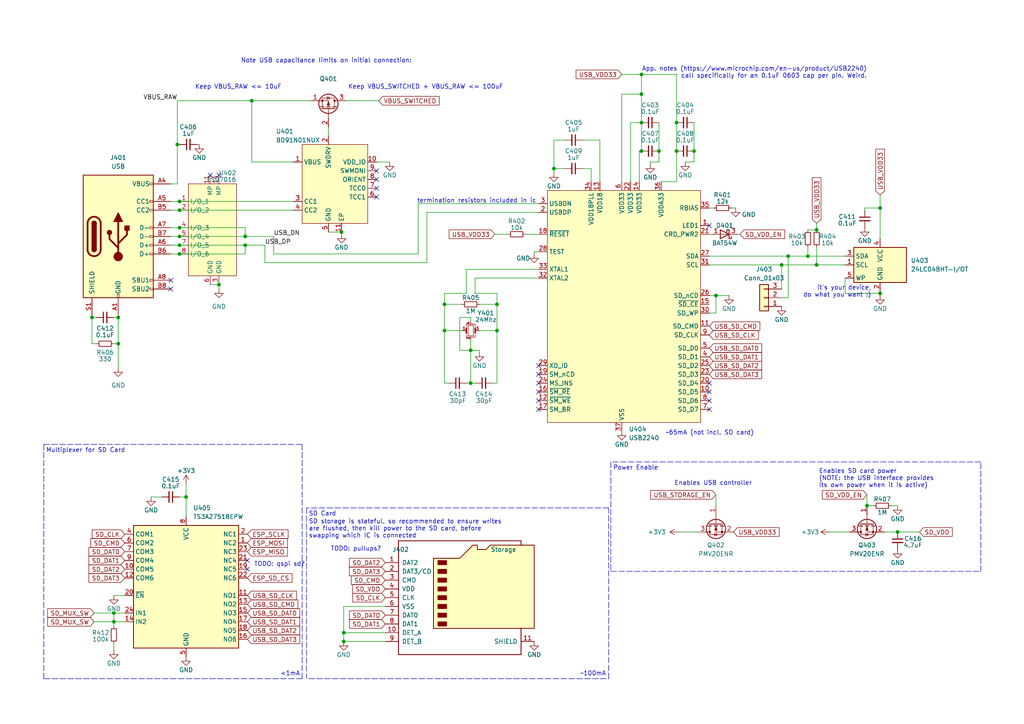
<source format=kicad_sch>
(kicad_sch (version 20211123) (generator eeschema)
  (paper "A4")
  (title_block (title "gay ipod storage + usb interface") (date "2022-09-04") (rev "1"))
  (lib_symbols
    (symbol "Analog_Switch:TS3A27518EPW"
      (property "Reference" "U" (at -13.97 19.05 0))
      (property "Value" "TS3A27518EPW" (at 8.89 19.05 0))
      (symbol "TS3A27518EPW_0_1"
        (rectangle (start 15.24 -17.78) (end -15.24 17.78) (stroke (width 0.254)) (fill (type background)))
      )
      (symbol "TS3A27518EPW_1_1"
        (pin bidirectional line (at 17.78 12.7 180) (length 2.54) (name "NC2") (number "1"))
        (pin bidirectional line (at -17.78 5.08 0) (length 2.54) (name "COM5") (number "10"))
        (pin bidirectional line (at 17.78 -2.54 180) (length 2.54) (name "NO1") (number "11"))
        (pin bidirectional line (at -17.78 2.54 0) (length 2.54) (name "COM6") (number "12"))
        (pin bidirectional line (at 17.78 -5.08 180) (length 2.54) (name "NO2") (number "13"))
        (pin input line (at -17.78 -10.16 0) (length 2.54) (name "IN2") (number "14"))
        (pin bidirectional line (at 17.78 -7.62 180) (length 2.54) (name "NO3") (number "15"))
        (pin bidirectional line (at 17.78 -15.24 180) (length 2.54) (name "NO6") (number "16"))
        (pin bidirectional line (at 17.78 -10.16 180) (length 2.54) (name "NO4") (number "17"))
        (pin bidirectional line (at 17.78 -12.7 180) (length 2.54) (name "NO5") (number "18"))
        (pin bidirectional line (at 17.78 5.08 180) (length 2.54) (name "NC5") (number "19"))
        (pin bidirectional line (at 17.78 15.24 180) (length 2.54) (name "NC1") (number "2"))
        (pin input line (at -17.78 -2.54 0) (length 2.54) (name "~{EN}") (number "20"))
        (pin bidirectional line (at 17.78 7.62 180) (length 2.54) (name "NC4") (number "21"))
        (pin bidirectional line (at 17.78 2.54 180) (length 2.54) (name "NC6") (number "22"))
        (pin bidirectional line (at 17.78 10.16 180) (length 2.54) (name "NC3") (number "23"))
        (pin input line (at -17.78 -7.62 0) (length 2.54) (name "IN1") (number "24"))
        (pin no_connect line (at -15.24 -15.24 0) (length 2.54) hide (name "N.C.") (number "3"))
        (pin bidirectional line (at -17.78 15.24 0) (length 2.54) (name "COM1") (number "4"))
        (pin power_in line (at 0 -20.32 90) (length 2.54) (name "GND") (number "5"))
        (pin bidirectional line (at -17.78 12.7 0) (length 2.54) (name "COM2") (number "6"))
        (pin bidirectional line (at -17.78 10.16 0) (length 2.54) (name "COM3") (number "7"))
        (pin power_in line (at 0 20.32 270) (length 2.54) (name "VCC") (number "8"))
        (pin bidirectional line (at -17.78 7.62 0) (length 2.54) (name "COM4") (number "9"))
      )
    )
    (symbol "Connector:Micro_SD_Card_Det_Hirose_DM3AT" (pin_names (offset 1.016))
      (property "Reference" "J" (at -16.51 17.78 0))
      (property "Value" "Micro_SD_Card_Det_Hirose_DM3AT" (at 16.51 17.78 0))
      (symbol "Micro_SD_Card_Det_Hirose_DM3AT_0_1"
        (rectangle (start -7.62 -6.985) (end -5.08 -8.255) (fill (type outline)))
        (rectangle (start -7.62 -4.445) (end -5.08 -5.715) (fill (type outline)))
        (rectangle (start -7.62 -1.905) (end -5.08 -3.175) (fill (type outline)))
        (rectangle (start -7.62 0.635) (end -5.08 -0.635) (fill (type outline)))
        (rectangle (start -7.62 3.175) (end -5.08 1.905) (fill (type outline)))
        (rectangle (start -7.62 5.715) (end -5.08 4.445) (fill (type outline)))
        (rectangle (start -7.62 8.255) (end -5.08 6.985) (fill (type outline)))
        (rectangle (start -7.62 10.795) (end -5.08 9.525) (fill (type outline)))
        (polyline (pts (xy 16.51 15.24) (xy 16.51 16.51) (xy -19.05 16.51) (xy -19.05 -16.51) (xy 16.51 -16.51) (xy 16.51 -8.89)) (stroke (width 0.254)))
        (polyline (pts (xy -8.89 -8.89) (xy -8.89 11.43) (xy -1.27 11.43) (xy 2.54 15.24) (xy 3.81 15.24) (xy 3.81 13.97) (xy 6.35 13.97) (xy 7.62 15.24) (xy 20.32 15.24) (xy 20.32 -8.89) (xy -8.89 -8.89)) (stroke (width 0.254)) (fill (type background)))
      )
      (symbol "Micro_SD_Card_Det_Hirose_DM3AT_1_1"
        (pin bidirectional line (at -22.86 10.16 0) (length 3.81) (name "DAT2") (number "1"))
        (pin passive line (at -22.86 -10.16 0) (length 3.81) (name "DET_A") (number "10"))
        (pin passive line (at 20.32 -12.7 180) (length 3.81) (name "SHIELD") (number "11"))
        (pin bidirectional line (at -22.86 7.62 0) (length 3.81) (name "DAT3/CD") (number "2"))
        (pin input line (at -22.86 5.08 0) (length 3.81) (name "CMD") (number "3"))
        (pin power_in line (at -22.86 2.54 0) (length 3.81) (name "VDD") (number "4"))
        (pin input line (at -22.86 0 0) (length 3.81) (name "CLK") (number "5"))
        (pin power_in line (at -22.86 -2.54 0) (length 3.81) (name "VSS") (number "6"))
        (pin bidirectional line (at -22.86 -5.08 0) (length 3.81) (name "DAT0") (number "7"))
        (pin bidirectional line (at -22.86 -7.62 0) (length 3.81) (name "DAT1") (number "8"))
        (pin passive line (at -22.86 -12.7 0) (length 3.81) (name "DET_B") (number "9"))
      )
    )
    (symbol "Connector:USB_C_Receptacle_USB2.0" (pin_names (offset 1.016))
      (property "Reference" "J" (at -10.16 19.05 0))
      (property "Value" "USB_C_Receptacle_USB2.0" (at 19.05 19.05 0))
      (symbol "USB_C_Receptacle_USB2.0_0_0"
        (rectangle (start -0.254 -17.78) (end 0.254 -16.764))
        (rectangle (start 10.16 -14.986) (end 9.144 -15.494))
        (rectangle (start 10.16 -12.446) (end 9.144 -12.954))
        (rectangle (start 10.16 -4.826) (end 9.144 -5.334))
        (rectangle (start 10.16 -2.286) (end 9.144 -2.794))
        (rectangle (start 10.16 0.254) (end 9.144 -0.254))
        (rectangle (start 10.16 2.794) (end 9.144 2.286))
        (rectangle (start 10.16 7.874) (end 9.144 7.366))
        (rectangle (start 10.16 10.414) (end 9.144 9.906))
        (rectangle (start 10.16 15.494) (end 9.144 14.986))
      )
      (symbol "USB_C_Receptacle_USB2.0_0_1"
        (rectangle (start -10.16 17.78) (end 10.16 -17.78) (stroke (width 0.254)) (fill (type background)))
        (arc (start -8.89 -3.81) (mid -6.985 -5.715) (end -5.08 -3.81) (stroke (width 0.508)))
        (arc (start -7.62 -3.81) (mid -6.985 -4.445) (end -6.35 -3.81) (stroke (width 0.254)))
        (arc (start -7.62 -3.81) (mid -6.985 -4.445) (end -6.35 -3.81) (stroke (width 0.254)) (fill (type outline)))
        (rectangle (start -7.62 -3.81) (end -6.35 3.81) (stroke (width 0.254)) (fill (type outline)))
        (arc (start -6.35 3.81) (mid -6.985 4.445) (end -7.62 3.81) (stroke (width 0.254)))
        (arc (start -6.35 3.81) (mid -6.985 4.445) (end -7.62 3.81) (stroke (width 0.254)) (fill (type outline)))
        (arc (start -5.08 3.81) (mid -6.985 5.715) (end -8.89 3.81) (stroke (width 0.508)))
        (circle (center -2.54 1.143) (radius 0.635) (stroke (width 0.254)) (fill (type outline)))
        (circle (center 0 -5.842) (radius 1.27) (fill (type outline)))
        (polyline (pts (xy -8.89 -3.81) (xy -8.89 3.81)) (stroke (width 0.508)))
        (polyline (pts (xy -5.08 3.81) (xy -5.08 -3.81)) (stroke (width 0.508)))
        (polyline (pts (xy 0 -5.842) (xy 0 4.318)) (stroke (width 0.508)))
        (polyline (pts (xy 0 -3.302) (xy -2.54 -0.762) (xy -2.54 0.508)) (stroke (width 0.508)))
        (polyline (pts (xy 0 -2.032) (xy 2.54 0.508) (xy 2.54 1.778)) (stroke (width 0.508)))
        (polyline (pts (xy -1.27 4.318) (xy 0 6.858) (xy 1.27 4.318) (xy -1.27 4.318)) (stroke (width 0.254)) (fill (type outline)))
        (rectangle (start 1.905 1.778) (end 3.175 3.048) (stroke (width 0.254)) (fill (type outline)))
      )
      (symbol "USB_C_Receptacle_USB2.0_1_1"
        (pin passive line (at 0 -22.86 90) (length 5.08) (name "GND") (number "A1"))
        (pin passive line (at 0 -22.86 90) (length 5.08) hide (name "GND") (number "A12"))
        (pin passive line (at 15.24 15.24 180) (length 5.08) (name "VBUS") (number "A4"))
        (pin bidirectional line (at 15.24 10.16 180) (length 5.08) (name "CC1") (number "A5"))
        (pin bidirectional line (at 15.24 -2.54 180) (length 5.08) (name "D+") (number "A6"))
        (pin bidirectional line (at 15.24 2.54 180) (length 5.08) (name "D-") (number "A7"))
        (pin bidirectional line (at 15.24 -12.7 180) (length 5.08) (name "SBU1") (number "A8"))
        (pin passive line (at 15.24 15.24 180) (length 5.08) hide (name "VBUS") (number "A9"))
        (pin passive line (at 0 -22.86 90) (length 5.08) hide (name "GND") (number "B1"))
        (pin passive line (at 0 -22.86 90) (length 5.08) hide (name "GND") (number "B12"))
        (pin passive line (at 15.24 15.24 180) (length 5.08) hide (name "VBUS") (number "B4"))
        (pin bidirectional line (at 15.24 7.62 180) (length 5.08) (name "CC2") (number "B5"))
        (pin bidirectional line (at 15.24 -5.08 180) (length 5.08) (name "D+") (number "B6"))
        (pin bidirectional line (at 15.24 0 180) (length 5.08) (name "D-") (number "B7"))
        (pin bidirectional line (at 15.24 -15.24 180) (length 5.08) (name "SBU2") (number "B8"))
        (pin passive line (at 15.24 15.24 180) (length 5.08) hide (name "VBUS") (number "B9"))
        (pin passive line (at -7.62 -22.86 90) (length 5.08) (name "SHIELD") (number "S1"))
      )
    )
    (symbol "Connector_Generic:Conn_01x03" (pin_names (offset 1.016) hide)
      (property "Reference" "J" (at 0 5.08 0))
      (property "Value" "Conn_01x03" (at 0 -5.08 0))
      (symbol "Conn_01x03_1_1"
        (rectangle (start -1.27 -2.413) (end 0 -2.667) (stroke (width 0.1524)))
        (rectangle (start -1.27 0.127) (end 0 -0.127) (stroke (width 0.1524)))
        (rectangle (start -1.27 2.667) (end 0 2.413) (stroke (width 0.1524)))
        (rectangle (start -1.27 3.81) (end 1.27 -3.81) (stroke (width 0.254)) (fill (type background)))
        (pin passive line (at -5.08 2.54 0) (length 3.81) (name "Pin_1") (number "1"))
        (pin passive line (at -5.08 0 0) (length 3.81) (name "Pin_2") (number "2"))
        (pin passive line (at -5.08 -2.54 0) (length 3.81) (name "Pin_3") (number "3"))
      )
    )
    (symbol "Device:C_Small" (pin_numbers hide) (pin_names (offset 0.254) hide)
      (property "Reference" "C" (at 0.254 1.778 0))
      (property "Value" "C_Small" (at 0.254 -2.032 0))
      (symbol "C_Small_0_1"
        (polyline (pts (xy -1.524 -0.508) (xy 1.524 -0.508)) (stroke (width 0.3302)))
        (polyline (pts (xy -1.524 0.508) (xy 1.524 0.508)) (stroke (width 0.3048)))
      )
      (symbol "C_Small_1_1"
        (pin passive line (at 0 2.54 270) (length 2.032) (name "~") (number "1"))
        (pin passive line (at 0 -2.54 90) (length 2.032) (name "~") (number "2"))
      )
    )
    (symbol "Device:Crystal_GND24_Small" (pin_names (offset 1.016) hide)
      (property "Reference" "Y" (at 1.27 4.445 0))
      (property "Value" "Crystal_GND24_Small" (at 1.27 2.54 0))
      (symbol "Crystal_GND24_Small_0_1"
        (rectangle (start -0.762 -1.524) (end 0.762 1.524))
        (polyline (pts (xy -1.27 -0.762) (xy -1.27 0.762)) (stroke (width 0.381)))
        (polyline (pts (xy 1.27 -0.762) (xy 1.27 0.762)) (stroke (width 0.381)))
        (polyline (pts (xy -1.27 -1.27) (xy -1.27 -1.905) (xy 1.27 -1.905) (xy 1.27 -1.27)))
        (polyline (pts (xy -1.27 1.27) (xy -1.27 1.905) (xy 1.27 1.905) (xy 1.27 1.27)))
      )
      (symbol "Crystal_GND24_Small_1_1"
        (pin passive line (at -2.54 0 0) (length 1.27) (name "1") (number "1"))
        (pin passive line (at 0 -2.54 90) (length 0.635) (name "2") (number "2"))
        (pin passive line (at 2.54 0 180) (length 1.27) (name "3") (number "3"))
        (pin passive line (at 0 2.54 270) (length 0.635) (name "4") (number "4"))
      )
    )
    (symbol "Device:R_Small" (pin_numbers hide) (pin_names (offset 0.254) hide)
      (property "Reference" "R" (at 0.762 0.508 0))
      (property "Value" "R_Small" (at 0.762 -1.016 0))
      (symbol "R_Small_0_1"
        (rectangle (start -0.762 1.778) (end 0.762 -1.778) (stroke (width 0.2032)))
      )
      (symbol "R_Small_1_1"
        (pin passive line (at 0 2.54 270) (length 0.762) (name "~") (number "1"))
        (pin passive line (at 0 -2.54 90) (length 0.762) (name "~") (number "2"))
      )
    )
    (symbol "Diode:BAT54W" (pin_names (offset 1.016) hide)
      (property "Reference" "D" (at 0 2.54 0))
      (property "Value" "BAT54W" (at 0 -2.54 0))
      (symbol "BAT54W_0_1"
        (polyline (pts (xy 1.27 0) (xy -1.27 0)))
        (polyline (pts (xy 1.27 1.27) (xy 1.27 -1.27) (xy -1.27 0) (xy 1.27 1.27)) (stroke (width 0.254)))
        (polyline (pts (xy -1.905 0.635) (xy -1.905 1.27) (xy -1.27 1.27) (xy -1.27 -1.27) (xy -0.635 -1.27) (xy -0.635 -0.635)) (stroke (width 0.254)))
      )
      (symbol "BAT54W_1_1"
        (pin passive line (at 3.81 0 180) (length 2.54) (name "A") (number "1"))
        (pin no_connect line (at 0 0 90) (length 2.54) hide (name "NC") (number "2"))
        (pin passive line (at -3.81 0 0) (length 2.54) (name "K") (number "3"))
      )
    )
    (symbol "Memory_EEPROM:24AA02-OT"
      (property "Reference" "U?" (at -8.89 1.2701 0))
      (property "Value" "24LC08BHT-I/OT " (at -8.89 -1.2699 0))
      (symbol "24AA02-OT_1_1"
        (rectangle (start -7.62 5.08) (end 7.62 -5.08) (stroke (width 0.254)) (fill (type background)))
        (pin input line (at 10.16 0 180) (length 2.54) (name "SCL") (number "1"))
        (pin power_in line (at 0 -7.62 90) (length 2.54) (name "GND") (number "2"))
        (pin bidirectional line (at 10.16 2.54 180) (length 2.54) (name "SDA") (number "3"))
        (pin power_in line (at 0 7.62 270) (length 2.54) (name "VCC") (number "4"))
        (pin input line (at 10.16 -3.81 180) (length 2.54) (name "WP") (number "5"))
      )
    )
    (symbol "Transistor_FET:2N7002" (pin_names hide)
      (property "Reference" "Q" (at 5.08 1.905 0))
      (property "Value" "2N7002" (at 5.08 0 0))
      (symbol "2N7002_0_1"
        (polyline (pts (xy 0.254 0) (xy -2.54 0)))
        (polyline (pts (xy 0.254 1.905) (xy 0.254 -1.905)) (stroke (width 0.254)))
        (polyline (pts (xy 0.762 -1.27) (xy 0.762 -2.286)) (stroke (width 0.254)))
        (polyline (pts (xy 0.762 0.508) (xy 0.762 -0.508)) (stroke (width 0.254)))
        (polyline (pts (xy 0.762 2.286) (xy 0.762 1.27)) (stroke (width 0.254)))
        (polyline (pts (xy 2.54 2.54) (xy 2.54 1.778)))
        (polyline (pts (xy 2.54 -2.54) (xy 2.54 0) (xy 0.762 0)))
        (polyline (pts (xy 0.762 -1.778) (xy 3.302 -1.778) (xy 3.302 1.778) (xy 0.762 1.778)))
        (polyline (pts (xy 1.016 0) (xy 2.032 0.381) (xy 2.032 -0.381) (xy 1.016 0)) (fill (type outline)))
        (polyline (pts (xy 2.794 0.508) (xy 2.921 0.381) (xy 3.683 0.381) (xy 3.81 0.254)))
        (polyline (pts (xy 3.302 0.381) (xy 2.921 -0.254) (xy 3.683 -0.254) (xy 3.302 0.381)))
        (circle (center 1.651 0) (radius 2.794) (stroke (width 0.254)))
        (circle (center 2.54 -1.778) (radius 0.254) (fill (type outline)))
        (circle (center 2.54 1.778) (radius 0.254) (fill (type outline)))
      )
      (symbol "2N7002_1_1"
        (pin input line (at -5.08 0 0) (length 2.54) (name "G") (number "1"))
        (pin passive line (at 2.54 -5.08 90) (length 2.54) (name "S") (number "2"))
        (pin passive line (at 2.54 5.08 270) (length 2.54) (name "D") (number "3"))
      )
    )
    (symbol "Transistor_FET:TP0610L" (pin_names hide)
      (property "Reference" "Q" (at 5.08 1.905 0))
      (property "Value" "TP0610L" (at 5.08 0 0))
      (symbol "TP0610L_0_1"
        (polyline (pts (xy 0.254 0) (xy -2.54 0)))
        (polyline (pts (xy 0.254 1.905) (xy 0.254 -1.905)) (stroke (width 0.254)))
        (polyline (pts (xy 0.762 -1.27) (xy 0.762 -2.286)) (stroke (width 0.254)))
        (polyline (pts (xy 0.762 0.508) (xy 0.762 -0.508)) (stroke (width 0.254)))
        (polyline (pts (xy 0.762 2.286) (xy 0.762 1.27)) (stroke (width 0.254)))
        (polyline (pts (xy 2.54 2.54) (xy 2.54 1.778)))
        (polyline (pts (xy 2.54 -2.54) (xy 2.54 0) (xy 0.762 0)))
        (polyline (pts (xy 0.762 1.778) (xy 3.302 1.778) (xy 3.302 -1.778) (xy 0.762 -1.778)))
        (polyline (pts (xy 2.286 0) (xy 1.27 0.381) (xy 1.27 -0.381) (xy 2.286 0)) (fill (type outline)))
        (polyline (pts (xy 2.794 -0.508) (xy 2.921 -0.381) (xy 3.683 -0.381) (xy 3.81 -0.254)))
        (polyline (pts (xy 3.302 -0.381) (xy 2.921 0.254) (xy 3.683 0.254) (xy 3.302 -0.381)))
        (circle (center 1.651 0) (radius 2.794) (stroke (width 0.254)))
        (circle (center 2.54 -1.778) (radius 0.254) (fill (type outline)))
        (circle (center 2.54 1.778) (radius 0.254) (fill (type outline)))
      )
      (symbol "TP0610L_1_1"
        (pin passive line (at 2.54 -5.08 90) (length 2.54) (name "S") (number "1"))
        (pin input line (at -5.08 0 0) (length 2.54) (name "G") (number "2"))
        (pin passive line (at 2.54 5.08 270) (length 2.54) (name "D") (number "3"))
      )
    )
    (symbol "power:+3V3" (power) (pin_names (offset 0))
      (property "Value" "+3V3" (at 0 3.556 0))
      (symbol "+3V3_0_1"
        (polyline (pts (xy -0.762 1.27) (xy 0 2.54)))
        (polyline (pts (xy 0 0) (xy 0 2.54)))
        (polyline (pts (xy 0 2.54) (xy 0.762 1.27)))
      )
      (symbol "+3V3_1_1"
        (pin power_in line (at 0 0 90) (length 0) hide (name "+3V3") (number "1"))
      )
    )
    (symbol "power:GND" (power) (pin_names (offset 0))
      (property "Value" "GND" (at 0 -3.81 0))
      (symbol "GND_0_1"
        (polyline (pts (xy 0 0) (xy 0 -1.27) (xy 1.27 -1.27) (xy 0 -2.54) (xy -1.27 -1.27) (xy 0 -1.27)))
      )
      (symbol "GND_1_1"
        (pin power_in line (at 0 0 270) (length 0) hide (name "GND") (number "1"))
      )
    )
    (symbol "symbols:BD91N01NUX"
      (property "Reference" "U" (at 0 13.97 0))
      (property "Value" "BD91N01NUX" (at 5.08 16.51 0))
      (symbol "BD91N01NUX_0_1"
        (rectangle (start -12.7 12.7) (end 6.35 -10.16) (fill (type background)))
      )
      (symbol "BD91N01NUX_1_1"
        (pin input line (at -15.24 7.62 0) (length 2.54) (name "VBUS") (number "1"))
        (pin input line (at 8.89 7.62 180) (length 2.54) (name "VDD_IO") (number "10"))
        (pin input line (at -1.27 -12.7 90) (length 2.54) (name "EP") (number "11"))
        (pin output line (at -5.08 15.24 270) (length 2.54) (name "SWDRV") (number "2"))
        (pin input line (at -15.24 -3.81 0) (length 2.54) (name "CC1") (number "3"))
        (pin input line (at -15.24 -6.35 0) (length 2.54) (name "CC2") (number "4"))
        (pin input line (at -5.08 -12.7 90) (length 2.54) (name "GND") (number "5"))
        (pin output line (at 8.89 -2.54 180) (length 2.54) (name "TCC1") (number "6"))
        (pin output line (at 8.89 0 180) (length 2.54) (name "TCC0") (number "7"))
        (pin output line (at 8.89 2.54 180) (length 2.54) (name "ORIENT") (number "8"))
        (pin output line (at 8.89 5.08 180) (length 2.54) (name "SWMONI") (number "9"))
      )
    )
    (symbol "symbols:ESD7016"
      (property "Reference" "U" (at 0 16.51 0))
      (property "Value" "ESD7016" (at 0 13.97 0))
      (symbol "ESD7016_0_1"
        (rectangle (start -17.78 2.54) (end 8.89 -11.43) (fill (type background)))
      )
      (symbol "ESD7016_1_1"
        (pin input line (at 3.81 5.08 270) (length 2.54) (name "I/O_1") (number "1"))
        (pin input line (at 11.43 -3.81 180) (length 2.54) (name "MP") (number "11"))
        (pin input line (at 11.43 -6.35 180) (length 2.54) (name "MP") (number "14"))
        (pin input line (at 1.27 5.08 270) (length 2.54) (name "I/O_2") (number "2"))
        (pin input line (at -20.32 -6.35 0) (length 2.54) (name "GND") (number "3"))
        (pin input line (at -3.81 5.08 270) (length 2.54) (name "I/O_3") (number "4"))
        (pin input line (at -6.35 5.08 270) (length 2.54) (name "I/O_4") (number "5"))
        (pin input line (at -20.32 -3.81 0) (length 2.54) (name "GND") (number "6"))
        (pin input line (at -8.89 5.08 270) (length 2.54) (name "I/O_5") (number "7"))
        (pin input line (at -11.43 5.08 270) (length 2.54) (name "I/O_6") (number "8"))
      )
    )
    (symbol "symbols:USB2240"
      (property "Reference" "U" (at 1.27 1.27 0))
      (property "Value" "USB2240" (at 1.27 -1.27 0))
      (symbol "USB2240_0_0"
        (pin unspecified line (at 25.4 22.86 180) (length 2.54) (name "LED1") (number "1"))
        (pin unspecified line (at 25.4 -25.4 180) (length 2.54) (name "SD_D5") (number "10"))
        (pin unspecified line (at 25.4 -6.35 180) (length 2.54) (name "SD_CMD") (number "11"))
        (pin unspecified line (at -24.13 -27.94 0) (length 2.54) (name "~{SM_WE}") (number "12"))
        (pin unspecified line (at -6.35 35.56 270) (length 2.54) (name "VDD18") (number "13"))
        (pin unspecified line (at 5.08 35.56 270) (length 2.54) (name "VDD33") (number "14"))
        (pin unspecified line (at 25.4 0 180) (length 2.54) (name "~{SD_CE}") (number "15"))
        (pin unspecified line (at -24.13 -25.4 0) (length 2.54) (name "~{SM_RE}") (number "16"))
        (pin unspecified line (at -24.13 -30.48 0) (length 2.54) (name "SM_BR") (number "17"))
        (pin unspecified line (at -24.13 20.32 0) (length 2.54) (name "~{RESET}") (number "18"))
        (pin unspecified line (at -24.13 -20.32 0) (length 2.54) (name "SM_nCD") (number "19"))
        (pin unspecified line (at -24.13 26.67 0) (length 2.54) (name "USBDP") (number "2"))
        (pin unspecified line (at 25.4 -22.86 180) (length 2.54) (name "SD_D4") (number "20"))
        (pin unspecified line (at 25.4 20.32 180) (length 2.54) (name "CRD_PWR2") (number "21"))
        (pin unspecified line (at 2.54 35.56 270) (length 2.54) (name "VDD33") (number "22"))
        (pin unspecified line (at 25.4 -20.32 180) (length 2.54) (name "SD_D3") (number "23"))
        (pin unspecified line (at -24.13 -22.86 0) (length 2.54) (name "MS_INS") (number "24"))
        (pin unspecified line (at 25.4 -17.78 180) (length 2.54) (name "SD_D2") (number "25"))
        (pin unspecified line (at 25.4 2.54 180) (length 2.54) (name "SD_nCD") (number "26"))
        (pin unspecified line (at 25.4 13.97 180) (length 2.54) (name "SDA") (number "27"))
        (pin unspecified line (at -24.13 15.24 0) (length 2.54) (name "TEST") (number "28"))
        (pin unspecified line (at -24.13 -17.78 0) (length 2.54) (name "XD_ID") (number "29"))
        (pin unspecified line (at -24.13 29.21 0) (length 2.54) (name "USBDN") (number "3"))
        (pin unspecified line (at 25.4 -2.54 180) (length 2.54) (name "SD_WP") (number "30"))
        (pin unspecified line (at 25.4 11.43 180) (length 2.54) (name "SCL") (number "31"))
        (pin unspecified line (at -24.13 7.62 0) (length 2.54) (name "XTAL2") (number "32"))
        (pin unspecified line (at -24.13 10.16 0) (length 2.54) (name "XTAL1") (number "33"))
        (pin unspecified line (at -8.89 35.56 270) (length 2.54) (name "VDD18PLL") (number "34"))
        (pin unspecified line (at 25.4 27.94 180) (length 2.54) (name "RBIAS") (number "35"))
        (pin unspecified line (at 11.43 35.56 270) (length 2.54) (name "VDDA33") (number "36"))
        (pin unspecified line (at 0 -36.83 90) (length 2.54) (name "VSS") (number "37"))
        (pin unspecified line (at 25.4 -15.24 180) (length 2.54) (name "SD_D1") (number "4"))
        (pin unspecified line (at 25.4 -12.7 180) (length 2.54) (name "SD_D0") (number "5"))
        (pin unspecified line (at 0 35.56 270) (length 2.54) (name "VDD33") (number "6"))
        (pin unspecified line (at 25.4 -30.48 180) (length 2.54) (name "SD_D7") (number "7"))
        (pin unspecified line (at 25.4 -27.94 180) (length 2.54) (name "SD_D6") (number "8"))
        (pin unspecified line (at 25.4 -8.89 180) (length 2.54) (name "SD_CLK") (number "9"))
      )
      (symbol "USB2240_0_1"
        (rectangle (start -21.59 33.02) (end 22.86 -34.29) (fill (type background)))
      )
    )
  )
  (junction (at 236.855 66.675))
  (junction (at 52.07 66.04))
  (junction (at 71.12 71.12))
  (junction (at 186.055 35.56))
  (junction (at 99.695 186.055))
  (junction (at 73.025 29.21))
  (junction (at 33.02 180.34))
  (junction (at 34.29 92.075))
  (junction (at 71.12 68.58))
  (junction (at 52.07 73.66))
  (junction (at 99.695 183.515))
  (junction (at 196.215 35.56))
  (junction (at 128.905 88.265))
  (junction (at 52.07 71.12))
  (junction (at 99.06 67.31))
  (junction (at 186.055 43.815))
  (junction (at 136.525 101.6))
  (junction (at 53.975 144.145))
  (junction (at 228.6 74.295))
  (junction (at 234.315 74.295))
  (junction (at 52.07 60.96))
  (junction (at 207.645 85.725))
  (junction (at 260.35 154.305))
  (junction (at 63.5 82.55))
  (junction (at 186.055 21.59))
  (junction (at 255.27 85.09))
  (junction (at 51.435 41.91))
  (junction (at 191.135 43.815))
  (junction (at 144.145 95.885))
  (junction (at 136.525 111.125))
  (junction (at 186.055 27.305))
  (junction (at 236.855 76.835))
  (junction (at 251.46 146.685))
  (junction (at 52.07 58.42))
  (junction (at 255.27 60.325))
  (junction (at 226.695 76.835))
  (junction (at 201.295 43.815))
  (junction (at 52.07 68.58))
  (junction (at 128.905 95.885))
  (junction (at 34.29 99.695))
  (junction (at 160.655 48.895))
  (junction (at 196.215 43.815))
  (junction (at 144.145 88.265))
  (junction (at 33.02 177.8))
  (junction (at 26.67 92.075))
  (no_connect (at 109.22 49.53))
  (no_connect (at 205.74 65.405))
  (no_connect (at 109.22 52.07))
  (no_connect (at 109.22 54.61))
  (no_connect (at 109.22 57.15))
  (no_connect (at 49.53 81.28))
  (no_connect (at 205.74 111.125))
  (no_connect (at 205.74 113.665))
  (no_connect (at 205.74 116.205))
  (no_connect (at 205.74 118.745))
  (no_connect (at 156.21 108.585))
  (no_connect (at 156.21 106.045))
  (no_connect (at 156.21 118.745))
  (no_connect (at 156.21 116.205))
  (no_connect (at 156.21 113.665))
  (no_connect (at 156.21 111.125))
  (no_connect (at 71.755 162.56))
  (no_connect (at 71.755 165.1))
  (no_connect (at 60.96 50.8))
  (no_connect (at 63.5 50.8))
  (no_connect (at 49.53 83.82))
  (wire (pts (xy 207.645 85.725) (xy 207.645 90.805)))
  (wire (pts (xy 130.175 111.125) (xy 128.905 111.125)))
  (wire (pts (xy 201.295 43.815) (xy 201.295 46.99)))
  (wire (pts (xy 214.63 67.945) (xy 213.995 67.945)))
  (wire (pts (xy 207.645 85.725) (xy 211.455 85.725)))
  (wire (pts (xy 49.53 73.66) (xy 52.07 73.66)))
  (wire (pts (xy 109.22 46.99) (xy 113.03 46.99)))
  (wire (pts (xy 52.07 60.96) (xy 49.53 60.96)))
  (wire (pts (xy 71.12 68.58) (xy 79.375 68.58)))
  (wire (pts (xy 255.27 85.09) (xy 255.27 84.455)))
  (wire (pts (xy 34.29 99.695) (xy 34.29 106.68)))
  (wire (pts (xy 71.12 71.12) (xy 76.835 71.12)))
  (wire (pts (xy 236.855 71.755) (xy 236.855 76.835)))
  (wire (pts (xy 52.07 144.145) (xy 53.975 144.145)))
  (wire (pts (xy 139.065 102.235) (xy 139.065 101.6)))
  (wire (pts (xy 43.815 144.145) (xy 46.99 144.145)))
  (wire (pts (xy 226.695 76.835) (xy 226.695 83.82)))
  (wire (pts (xy 213.36 60.325) (xy 212.09 60.325)))
  (wire (pts (xy 240.665 154.305) (xy 246.38 154.305)))
  (wire (pts (xy 260.35 146.685) (xy 258.445 146.685)))
  (wire (pts (xy 128.905 85.09) (xy 128.905 88.265)))
  (wire (pts (xy 228.6 74.295) (xy 234.315 74.295)))
  (wire (pts (xy 73.025 46.99) (xy 85.09 46.99)))
  (polyline (pts (xy 12.7 196.85) (xy 12.7 128.905)))
  (wire (pts (xy 111.76 186.055) (xy 99.695 186.055)))
  (wire (pts (xy 27.305 180.34) (xy 33.02 180.34)))
  (wire (pts (xy 133.35 101.6) (xy 136.525 101.6)))
  (wire (pts (xy 53.975 140.335) (xy 53.975 144.145)))
  (wire (pts (xy 156.21 61.595) (xy 123.825 61.595)))
  (wire (pts (xy 253.365 146.685) (xy 251.46 146.685)))
  (wire (pts (xy 51.435 29.21) (xy 51.435 41.91)))
  (wire (pts (xy 163.83 48.895) (xy 160.655 48.895)))
  (wire (pts (xy 49.53 68.58) (xy 52.07 68.58)))
  (wire (pts (xy 205.74 74.295) (xy 228.6 74.295)))
  (wire (pts (xy 137.795 80.645) (xy 137.795 85.09)))
  (wire (pts (xy 160.655 40.64) (xy 160.655 48.895)))
  (wire (pts (xy 156.21 80.645) (xy 137.795 80.645)))
  (wire (pts (xy 27.305 177.8) (xy 33.02 177.8)))
  (wire (pts (xy 156.21 78.105) (xy 135.255 78.105)))
  (wire (pts (xy 52.07 58.42) (xy 49.53 58.42)))
  (wire (pts (xy 60.96 82.55) (xy 63.5 82.55)))
  (wire (pts (xy 73.025 29.21) (xy 51.435 29.21)))
  (wire (pts (xy 255.27 85.725) (xy 255.27 85.09)))
  (wire (pts (xy 144.145 88.265) (xy 144.145 95.885)))
  (wire (pts (xy 191.135 43.815) (xy 191.135 46.99)))
  (wire (pts (xy 52.07 66.04) (xy 71.12 66.04)))
  (wire (pts (xy 57.785 41.91) (xy 57.15 41.91)))
  (wire (pts (xy 33.02 92.075) (xy 34.29 92.075)))
  (wire (pts (xy 207.01 60.325) (xy 205.74 60.325)))
  (wire (pts (xy 156.21 73.025) (xy 154.94 73.025)))
  (wire (pts (xy 71.12 66.04) (xy 71.12 68.58)))
  (wire (pts (xy 234.315 71.755) (xy 234.315 74.295)))
  (polyline (pts (xy 284.48 133.985) (xy 177.165 133.985)))
  (wire (pts (xy 205.74 76.835) (xy 226.695 76.835)))
  (wire (pts (xy 206.375 67.945) (xy 205.74 67.945)))
  (wire (pts (xy 136.525 111.125) (xy 137.795 111.125)))
  (wire (pts (xy 186.055 21.59) (xy 186.055 27.305)))
  (wire (pts (xy 142.875 111.125) (xy 144.145 111.125)))
  (wire (pts (xy 26.67 92.075) (xy 26.67 99.695)))
  (wire (pts (xy 185.42 52.705) (xy 185.42 43.815)))
  (wire (pts (xy 26.67 92.075) (xy 27.94 92.075)))
  (wire (pts (xy 52.07 41.91) (xy 51.435 41.91)))
  (wire (pts (xy 185.42 43.815) (xy 186.055 43.815)))
  (wire (pts (xy 196.215 43.815) (xy 196.215 52.705)))
  (wire (pts (xy 133.35 92.075) (xy 133.35 101.6)))
  (wire (pts (xy 245.11 80.645) (xy 245.11 85.09)))
  (wire (pts (xy 255.27 56.515) (xy 255.27 60.325)))
  (wire (pts (xy 26.67 99.695) (xy 27.94 99.695)))
  (wire (pts (xy 111.76 175.895) (xy 99.695 175.895)))
  (wire (pts (xy 191.77 52.705) (xy 196.215 52.705)))
  (wire (pts (xy 186.055 35.56) (xy 186.055 43.815)))
  (wire (pts (xy 201.295 46.99) (xy 198.755 46.99)))
  (wire (pts (xy 196.215 21.59) (xy 196.215 35.56)))
  (wire (pts (xy 139.065 88.265) (xy 144.145 88.265)))
  (wire (pts (xy 186.055 27.305) (xy 186.055 35.56)))
  (wire (pts (xy 135.255 111.125) (xy 136.525 111.125)))
  (wire (pts (xy 173.99 40.64) (xy 173.99 52.705)))
  (wire (pts (xy 171.45 48.895) (xy 171.45 52.705)))
  (wire (pts (xy 260.35 154.305) (xy 266.7 154.305)))
  (wire (pts (xy 191.135 35.56) (xy 191.135 43.815)))
  (wire (pts (xy 207.645 143.51) (xy 207.645 146.685)))
  (wire (pts (xy 156.21 59.055) (xy 121.285 59.055)))
  (wire (pts (xy 135.255 85.09) (xy 128.905 85.09)))
  (wire (pts (xy 228.6 86.36) (xy 228.6 74.295)))
  (wire (pts (xy 236.855 76.835) (xy 245.11 76.835)))
  (wire (pts (xy 76.835 76.2) (xy 76.835 71.12)))
  (wire (pts (xy 34.29 91.44) (xy 34.29 92.075)))
  (wire (pts (xy 51.435 41.91) (xy 51.435 53.34)))
  (polyline (pts (xy 88.9 147.32) (xy 88.9 196.85)))
  (wire (pts (xy 196.215 35.56) (xy 196.215 43.815)))
  (wire (pts (xy 33.02 180.34) (xy 36.195 180.34)))
  (polyline (pts (xy 87.63 128.905) (xy 87.63 196.85)))
  (wire (pts (xy 137.795 85.09) (xy 144.145 85.09)))
  (wire (pts (xy 26.67 91.44) (xy 26.67 92.075)))
  (wire (pts (xy 205.74 90.805) (xy 207.645 90.805)))
  (wire (pts (xy 188.595 46.99) (xy 188.595 47.625)))
  (wire (pts (xy 123.825 76.2) (xy 123.825 61.595)))
  (wire (pts (xy 33.02 186.69) (xy 33.02 188.595)))
  (wire (pts (xy 33.02 177.8) (xy 36.195 177.8)))
  (wire (pts (xy 180.34 27.305) (xy 186.055 27.305)))
  (wire (pts (xy 53.975 144.145) (xy 53.975 149.86)))
  (wire (pts (xy 99.695 183.515) (xy 111.76 183.515)))
  (wire (pts (xy 128.905 111.125) (xy 128.905 95.885)))
  (wire (pts (xy 136.525 101.6) (xy 136.525 111.125)))
  (polyline (pts (xy 177.165 133.985) (xy 177.165 165.735)))
  (wire (pts (xy 154.94 73.025) (xy 154.94 73.66)))
  (wire (pts (xy 63.5 82.55) (xy 63.5 83.82)))
  (wire (pts (xy 76.835 76.2) (xy 123.825 76.2)))
  (wire (pts (xy 163.83 40.64) (xy 160.655 40.64)))
  (polyline (pts (xy 177.165 165.735) (xy 284.48 165.735)))
  (wire (pts (xy 79.375 73.66) (xy 79.375 68.58)))
  (wire (pts (xy 52.07 73.66) (xy 71.12 73.66)))
  (wire (pts (xy 226.695 76.835) (xy 236.855 76.835)))
  (wire (pts (xy 139.065 101.6) (xy 136.525 101.6)))
  (wire (pts (xy 100.33 29.21) (xy 109.855 29.21)))
  (wire (pts (xy 79.375 73.66) (xy 121.285 73.66)))
  (wire (pts (xy 52.07 71.12) (xy 71.12 71.12)))
  (wire (pts (xy 180.34 52.705) (xy 180.34 27.305)))
  (wire (pts (xy 73.025 46.99) (xy 73.025 29.21)))
  (wire (pts (xy 99.695 175.895) (xy 99.695 183.515)))
  (wire (pts (xy 34.29 92.075) (xy 34.29 99.695)))
  (wire (pts (xy 49.53 53.34) (xy 51.435 53.34)))
  (wire (pts (xy 250.825 60.325) (xy 255.27 60.325)))
  (polyline (pts (xy 284.48 165.735) (xy 284.48 133.985)))
  (wire (pts (xy 205.74 85.725) (xy 207.645 85.725)))
  (wire (pts (xy 256.54 154.305) (xy 260.35 154.305)))
  (wire (pts (xy 234.315 74.295) (xy 245.11 74.295)))
  (polyline (pts (xy 176.53 147.32) (xy 88.9 147.32)))
  (wire (pts (xy 245.11 85.09) (xy 255.27 85.09)))
  (wire (pts (xy 136.525 92.075) (xy 136.525 93.345)))
  (wire (pts (xy 250.825 60.96) (xy 250.825 60.325)))
  (wire (pts (xy 180.34 21.59) (xy 186.055 21.59)))
  (wire (pts (xy 234.315 66.675) (xy 236.855 66.675)))
  (wire (pts (xy 33.02 99.695) (xy 34.29 99.695)))
  (wire (pts (xy 186.055 21.59) (xy 196.215 21.59)))
  (wire (pts (xy 99.695 183.515) (xy 99.695 186.055)))
  (wire (pts (xy 191.135 46.99) (xy 188.595 46.99)))
  (wire (pts (xy 139.065 95.885) (xy 144.145 95.885)))
  (wire (pts (xy 52.07 68.58) (xy 71.12 68.58)))
  (wire (pts (xy 255.27 60.325) (xy 255.27 69.215)))
  (wire (pts (xy 160.655 48.895) (xy 160.655 50.165)))
  (wire (pts (xy 136.525 92.075) (xy 133.35 92.075)))
  (wire (pts (xy 52.07 60.96) (xy 85.09 60.96)))
  (wire (pts (xy 182.88 52.705) (xy 182.88 35.56)))
  (wire (pts (xy 152.4 67.945) (xy 156.21 67.945)))
  (wire (pts (xy 168.91 40.64) (xy 173.99 40.64)))
  (wire (pts (xy 136.525 98.425) (xy 136.525 101.6)))
  (wire (pts (xy 71.12 71.12) (xy 71.12 73.66)))
  (wire (pts (xy 33.02 172.72) (xy 36.195 172.72)))
  (wire (pts (xy 128.905 95.885) (xy 133.985 95.885)))
  (polyline (pts (xy 89.535 196.85) (xy 176.53 196.85)))
  (polyline (pts (xy 176.53 196.85) (xy 176.53 147.32)))
  (wire (pts (xy 128.905 88.265) (xy 128.905 95.885)))
  (wire (pts (xy 33.02 177.8) (xy 33.02 180.34)))
  (polyline (pts (xy 87.63 196.85) (xy 12.7 196.85)))
  (wire (pts (xy 182.88 35.56) (xy 186.055 35.56)))
  (wire (pts (xy 251.46 143.51) (xy 251.46 146.685)))
  (wire (pts (xy 49.53 66.04) (xy 52.07 66.04)))
  (wire (pts (xy 90.17 29.21) (xy 73.025 29.21)))
  (wire (pts (xy 226.695 86.36) (xy 228.6 86.36)))
  (polyline (pts (xy 12.7 128.905) (xy 87.63 128.905)))
  (wire (pts (xy 133.985 88.265) (xy 128.905 88.265)))
  (wire (pts (xy 196.85 154.305) (xy 202.565 154.305)))
  (wire (pts (xy 201.295 35.56) (xy 201.295 43.815)))
  (wire (pts (xy 95.25 67.31) (xy 99.06 67.31)))
  (wire (pts (xy 49.53 71.12) (xy 52.07 71.12)))
  (wire (pts (xy 168.91 48.895) (xy 171.45 48.895)))
  (wire (pts (xy 144.145 111.125) (xy 144.145 95.885)))
  (wire (pts (xy 143.51 67.945) (xy 147.32 67.945)))
  (wire (pts (xy 236.855 64.77) (xy 236.855 66.675)))
  (wire (pts (xy 144.145 85.09) (xy 144.145 88.265)))
  (wire (pts (xy 135.255 78.105) (xy 135.255 85.09)))
  (wire (pts (xy 99.06 67.31) (xy 99.06 67.945)))
  (wire (pts (xy 121.285 73.66) (xy 121.285 59.055)))
  (wire (pts (xy 33.02 180.34) (xy 33.02 181.61)))
  (wire (pts (xy 52.07 58.42) (xy 85.09 58.42)))
  (wire (pts (xy 95.25 36.83) (xy 95.25 39.37)))
  (text "Keep VBUS_RAW <= 10uF" (at 56.515 26.035 0) (effects (font (size 1.27 1.27)) (justify left bottom)))
  (text "<1mA" (at 81.28 196.215 0) (effects (font (size 1.27 1.27)) (justify left bottom)))
  (text "App. notes (https://www.microchip.com/en-us/product/USB2240)\ncall specifically for an 0.1uF 0603 cap per pin. Weird." (at 251.46 22.86 0) (effects (font (size 1.27 1.27)) (justify right bottom)))
  (text "it's your device,\ndo what you want :)" (at 252.73 86.36 180) (effects (font (size 1.27 1.27)) (justify right bottom)))
  (text "termination resistors included in ic" (at 155.575 59.055 180) (effects (font (size 1.27 1.27)) (justify right bottom)))
  (text "Keep VBUS_SWITCHED + VBUS_RAW <= 100uF" (at 100.965 26.035 0) (effects (font (size 1.27 1.27)) (justify left bottom)))
  (text "~100mA" (at 168.275 196.215 0) (effects (font (size 1.27 1.27)) (justify left bottom)))
  (text "~65mA (not incl. SD card)" (at 193.04 126.365 0) (effects (font (size 1.27 1.27)) (justify left bottom)))
  (text "Enables USB controller" (at 195.58 140.97 0) (effects (font (size 1.27 1.27)) (justify left bottom)))
  (text "Note USB capacitance limits on initial connection:" (at 69.85 18.415 0) (effects (font (size 1.27 1.27)) (justify left bottom)))
  (text "Multiplexer for SD Card" (at 13.335 131.445 0) (effects (font (size 1.27 1.27)) (justify left bottom)))
  (text "SD storage is stateful, so recommended to ensure writes\nare flushed, then kill power to the SD card, before\nswapping which IC is connected" (at 89.535 156.21 0) (effects (font (size 1.27 1.27)) (justify left bottom)))
  (text "SD Card" (at 89.535 149.86 0) (effects (font (size 1.27 1.27)) (justify left bottom)))
  (text "TODO: pullups?" (at 95.885 160.02 0) (effects (font (size 1.27 1.27)) (justify left bottom)))
  (text "TODO: qspi sd?" (at 73.66 164.465 0) (effects (font (size 1.27 1.27)) (justify left bottom)))
  (text "Power Enable" (at 177.8 136.525 0) (effects (font (size 1.27 1.27)) (justify left bottom)))
  (text "Enables SD card power\n(NOTE: the USB interface provides\nits own power when it is active)" (at 237.49 141.605 0) (effects (font (size 1.27 1.27)) (justify left bottom)))
  (label "VBUS_RAW" (at 51.435 29.21 180))
  (label "USB_DP" (at 76.835 71.12 0))
  (label "USB_DN" (at 79.375 68.58 0))
  (global_label "USB_SD_DAT0" (shape input) (at 71.755 177.8 0) (property "Intersheet References" "${INTERSHEET_REFS}" (effects hide)))
  (global_label "SD_DAT0" (shape input) (at 36.195 160.02 180) (property "Intersheet References" "${INTERSHEET_REFS}" (effects hide)))
  (global_label "ESP_MISO" (shape input) (at 71.755 160.02 0) (property "Intersheet References" "${INTERSHEET_REFS}" (effects hide)))
  (global_label "USB_SD_DAT2" (shape input) (at 71.755 182.88 0) (property "Intersheet References" "${INTERSHEET_REFS}" (effects hide)))
  (global_label "SD_DAT3" (shape input) (at 36.195 167.64 180) (property "Intersheet References" "${INTERSHEET_REFS}" (effects hide)))
  (global_label "ESP_SD_CS" (shape input) (at 71.755 167.64 0) (property "Intersheet References" "${INTERSHEET_REFS}" (effects hide)))
  (global_label "SD_VDD" (shape input) (at 266.7 154.305 0) (property "Intersheet References" "${INTERSHEET_REFS}" (effects hide)))
  (global_label "SD_CMD" (shape input) (at 36.195 157.48 180) (property "Intersheet References" "${INTERSHEET_REFS}" (effects hide)))
  (global_label "ESP_MOSI" (shape input) (at 71.755 157.48 0) (property "Intersheet References" "${INTERSHEET_REFS}" (effects hide)))
  (global_label "SD_DAT2" (shape input) (at 111.76 163.195 180) (property "Intersheet References" "${INTERSHEET_REFS}" (effects hide)))
  (global_label "SD_DAT3" (shape input) (at 111.76 165.735 180) (property "Intersheet References" "${INTERSHEET_REFS}" (effects hide)))
  (global_label "USB_VDD33" (shape input) (at 236.855 64.77 90) (property "Intersheet References" "${INTERSHEET_REFS}" (effects hide)))
  (global_label "SD_VDD" (shape input) (at 111.76 170.815 180) (property "Intersheet References" "${INTERSHEET_REFS}" (effects hide)))
  (global_label "SD_DAT0" (shape input) (at 111.76 178.435 180) (property "Intersheet References" "${INTERSHEET_REFS}" (effects hide)))
  (global_label "USB_STORAGE_EN" (shape input) (at 207.645 143.51 180) (property "Intersheet References" "${INTERSHEET_REFS}" (effects hide)))
  (global_label "USB_SD_CMD" (shape input) (at 71.755 175.26 0) (property "Intersheet References" "${INTERSHEET_REFS}" (effects hide)))
  (global_label "USB_SD_CLK" (shape input) (at 71.755 172.72 0) (property "Intersheet References" "${INTERSHEET_REFS}" (effects hide)))
  (global_label "USB_SD_DAT1" (shape input) (at 71.755 180.34 0) (property "Intersheet References" "${INTERSHEET_REFS}" (effects hide)))
  (global_label "USB_SD_DAT3" (shape input) (at 205.74 108.585 0) (property "Intersheet References" "${INTERSHEET_REFS}" (effects hide)))
  (global_label "USB_SD_DAT1" (shape input) (at 205.74 103.505 0) (property "Intersheet References" "${INTERSHEET_REFS}" (effects hide)))
  (global_label "USB_SD_DAT2" (shape input) (at 205.74 106.045 0) (property "Intersheet References" "${INTERSHEET_REFS}" (effects hide)))
  (global_label "USB_SD_CLK" (shape input) (at 205.74 97.155 0) (property "Intersheet References" "${INTERSHEET_REFS}" (effects hide)))
  (global_label "SD_DAT1" (shape input) (at 36.195 162.56 180) (property "Intersheet References" "${INTERSHEET_REFS}" (effects hide)))
  (global_label "SD_DAT1" (shape input) (at 111.76 180.975 180) (property "Intersheet References" "${INTERSHEET_REFS}" (effects hide)))
  (global_label "USB_VDD33" (shape input) (at 255.27 56.515 90) (property "Intersheet References" "${INTERSHEET_REFS}" (effects hide)))
  (global_label "SD_CMD" (shape input) (at 111.76 168.275 180) (property "Intersheet References" "${INTERSHEET_REFS}" (effects hide)))
  (global_label "USB_VDD33" (shape input) (at 212.725 154.305 0) (property "Intersheet References" "${INTERSHEET_REFS}" (effects hide)))
  (global_label "USB_SD_CMD" (shape input) (at 205.74 94.615 0) (property "Intersheet References" "${INTERSHEET_REFS}" (effects hide)))
  (global_label "SD_CLK" (shape input) (at 36.195 154.94 180) (property "Intersheet References" "${INTERSHEET_REFS}" (effects hide)))
  (global_label "SD_MUX_SW" (shape input) (at 27.305 180.34 180) (property "Intersheet References" "${INTERSHEET_REFS}" (effects hide)))
  (global_label "USB_SD_DAT0" (shape input) (at 205.74 100.965 0) (property "Intersheet References" "${INTERSHEET_REFS}" (effects hide)))
  (global_label "SD_MUX_SW" (shape input) (at 27.305 177.8 180) (property "Intersheet References" "${INTERSHEET_REFS}" (effects hide)))
  (global_label "USB_VDD33" (shape input) (at 180.34 21.59 180) (property "Intersheet References" "${INTERSHEET_REFS}" (effects hide)))
  (global_label "SD_VDD_EN" (shape input) (at 251.46 143.51 180) (property "Intersheet References" "${INTERSHEET_REFS}" (effects hide)))
  (global_label "SD_CLK" (shape input) (at 111.76 173.355 180) (property "Intersheet References" "${INTERSHEET_REFS}" (effects hide)))
  (global_label "USB_SD_DAT3" (shape input) (at 71.755 185.42 0) (property "Intersheet References" "${INTERSHEET_REFS}" (effects hide)))
  (global_label "VBUS_SWITCHED" (shape input) (at 109.855 29.21 0) (property "Intersheet References" "${INTERSHEET_REFS}" (effects hide)))
  (global_label "SD_DAT2" (shape input) (at 36.195 165.1 180) (property "Intersheet References" "${INTERSHEET_REFS}" (effects hide)))
  (global_label "USB_VDD33" (shape input) (at 143.51 67.945 180) (property "Intersheet References" "${INTERSHEET_REFS}" (effects hide)))
  (global_label "SD_VDD_EN" (shape input) (at 214.63 67.945 0) (property "Intersheet References" "${INTERSHEET_REFS}" (effects hide)))
  (global_label "ESP_SCLK" (shape input) (at 71.755 154.94 0) (property "Intersheet References" "${INTERSHEET_REFS}" (effects hide)))
  (symbol (lib_id "power:GND") (at 188.595 47.625 0) (unit 1)
    (property "Reference" "#PWR0405" (effects hide))
    (property "Value" "GND" (at 188.595 51.435 0))
  )
  (symbol (lib_id "power:GND") (at 260.35 159.385 0) (unit 1)
    (property "Reference" "#PWR0423" (effects hide))
    (property "Value" "GND" (at 260.35 163.195 0))
  )
  (symbol (lib_id "power:GND") (at 211.455 85.725 0) (unit 1)
    (property "Reference" "#PWR0126" (effects hide))
    (property "Value" "GND" (at 211.455 89.535 0))
  )
  (symbol (lib_id "Device:C_Small") (at 188.595 35.56 270) (unit 1)
    (property "Reference" "C403" (at 188.595 30.48 90))
    (property "Value" "0.1uF" (at 188.595 32.385 90))
    (property "Footprint" "Capacitor_SMD:C_0805_2012Metric" (effects hide))
    (property "PN" "0805YD104KAT2A" (effects hide))
  )
  (symbol (lib_id "Connector:USB_C_Receptacle_USB2.0") (at 34.29 68.58 0) (unit 1)
    (property "Reference" "J401" (at 34.29 45.72 0))
    (property "Value" "USB" (at 34.29 48.26 0))
    (property "Footprint" "Connector_USB:USB_C_Receptacle_GCT_USB4085" (effects hide))
    (property "Datasheet" "https://www.usb.org/sites/default/files/documents/usb_type-c.zip" (effects hide))
    (property "PN" " USB4085-GF-A " (effects hide))
  )
  (symbol (lib_id "Device:C_Small") (at 198.755 35.56 270) (unit 1)
    (property "Reference" "C404" (at 198.755 30.48 90))
    (property "Value" "0.1uF" (at 198.755 32.385 90))
    (property "Footprint" "Capacitor_SMD:C_0805_2012Metric" (effects hide))
    (property "PN" "0805YD104KAT2A" (effects hide))
  )
  (symbol (lib_id "Device:R_Small") (at 234.315 69.215 0) (mirror y) (unit 1)
    (property "Reference" "R403" (at 231.14 68.58 0))
    (property "Value" "10k" (at 231.14 70.485 0))
    (property "Footprint" "Resistor_SMD:R_0603_1608Metric" (effects hide))
    (property "PN" "AC0603JR-0710KL" (effects hide))
  )
  (symbol (lib_id "power:GND") (at 180.34 125.095 0) (unit 1)
    (property "Reference" "#PWR0416" (effects hide))
    (property "Value" "GND" (at 180.34 128.905 0))
  )
  (symbol (lib_id "power:GND") (at 213.36 60.325 0) (unit 1)
    (property "Reference" "#PWR0408" (effects hide))
    (property "Value" "GND" (at 217.17 62.23 0))
  )
  (symbol (lib_id "Analog_Switch:TS3A27518EPW") (at 53.975 170.18 0) (unit 1)
    (property "Reference" "U405" (at 55.9944 147.32 0) (effects (justify left)))
    (property "Value" "TS3A27518EPW" (at 55.9944 149.86 0) (effects (justify left)))
    (property "Footprint" "Package_SO:TSSOP-24_4.4x7.8mm_P0.65mm" (effects hide))
    (property "Datasheet" "http://www.ti.com/lit/ds/symlink/ts3a27518e.pdf" (effects hide))
    (property "PN" "TS3A27518EPW" (effects hide))
  )
  (symbol (lib_id "Device:C_Small") (at 260.35 156.845 0) (unit 1)
    (property "Reference" "C416" (at 264.795 156.21 0))
    (property "Value" "4.7uF" (at 264.795 158.115 0))
    (property "Footprint" "Capacitor_SMD:C_0805_2012Metric" (effects hide))
    (property "PN" "EMK212BJ475KD-T" (effects hide))
  )
  (symbol (lib_id "Device:C_Small") (at 49.53 144.145 270) (unit 1)
    (property "Reference" "C415" (at 49.53 139.065 90))
    (property "Value" "0.1uF" (at 49.53 140.97 90))
    (property "Footprint" "Capacitor_SMD:C_0805_2012Metric" (effects hide))
    (property "PN" "0805YD104KAT2A" (effects hide))
  )
  (symbol (lib_id "power:GND") (at 226.695 88.9 0) (unit 1)
    (property "Reference" "#PWR0120" (effects hide))
    (property "Value" "GND" (at 226.695 92.71 0))
  )
  (symbol (lib_id "power:GND") (at 160.655 50.165 0) (unit 1)
    (property "Reference" "#PWR0406" (effects hide))
    (property "Value" "GND" (at 160.655 53.975 0))
  )
  (symbol (lib_id "Device:C_Small") (at 166.37 40.64 270) (unit 1)
    (property "Reference" "C405" (at 166.37 35.56 90))
    (property "Value" "1uF" (at 166.37 37.465 90))
    (property "Footprint" "Capacitor_SMD:C_0805_2012Metric" (effects hide))
    (property "PN" "EMK212BJ105KG-T" (effects hide))
  )
  (symbol (lib_id "power:GND") (at 260.35 146.685 0) (unit 1)
    (property "Reference" "#PWR0420" (effects hide))
    (property "Value" "GND" (at 260.35 150.495 0))
  )
  (symbol (lib_id "power:GND") (at 99.06 67.945 0) (unit 1)
    (property "Reference" "#PWR0410" (effects hide))
    (property "Value" "GND" (at 99.06 71.755 0))
  )
  (symbol (lib_id "power:GND") (at 34.29 106.68 0) (unit 1)
    (property "Reference" "#PWR0415" (effects hide))
    (property "Value" "GND" (at 34.29 111.76 0))
  )
  (symbol (lib_id "power:GND") (at 33.02 188.595 0) (unit 1)
    (property "Reference" "#PWR0426" (effects hide))
    (property "Value" "GND" (at 33.02 192.405 0))
  )
  (symbol (lib_id "Device:C_Small") (at 140.335 111.125 90) (unit 1)
    (property "Reference" "C414" (at 142.875 114.3 90) (effects (justify left)))
    (property "Value" "30pF" (at 142.875 116.205 90) (effects (justify left)))
    (property "Footprint" "Capacitor_SMD:C_0805_2012Metric" (effects hide))
    (property "PN" "C0603C300K1HACTU" (effects hide))
  )
  (symbol (lib_id "power:+3V3") (at 196.85 154.305 90) (unit 1)
    (property "Reference" "#PWR0421" (effects hide))
    (property "Value" "+3V3" (at 190.5 154.305 90))
  )
  (symbol (lib_id "power:GND") (at 43.815 144.145 0) (unit 1)
    (property "Reference" "#PWR0418" (effects hide))
    (property "Value" "GND" (at 43.815 147.955 0))
  )
  (symbol (lib_id "Connector_Generic:Conn_01x03") (at 221.615 86.36 180) (unit 1) (in_bom no)
    (property "Reference" "J403" (at 221.615 78.105 0))
    (property "Value" "Conn_01x03" (at 221.615 80.645 0))
    (property "Footprint" "footprints:eeprom_flash" (effects hide))
  )
  (symbol (lib_id "Transistor_FET:2N7002") (at 207.645 151.765 90) (mirror x) (unit 1)
    (property "Reference" "Q402" (at 207.645 158.115 90))
    (property "Value" "PMV20ENR" (at 207.645 160.655 90))
    (property "Footprint" "Package_TO_SOT_SMD:SOT-23" (effects hide))
    (property "Datasheet" "https://www.onsemi.com/pub/Collateral/NDS7002A-D.PDF" (effects hide))
    (property "PN" "PMV20ENR" (effects hide))
  )
  (symbol (lib_id "Device:R_Small") (at 255.905 146.685 90) (unit 1)
    (property "Reference" "R407" (at 255.905 144.78 90))
    (property "Value" "1M" (at 255.905 148.59 90))
    (property "Footprint" "Resistor_SMD:R_0603_1608Metric" (effects hide))
    (property "PN" "AC0603FR-131ML" (effects hide))
  )
  (symbol (lib_id "power:GND") (at 139.065 102.235 0) (unit 1)
    (property "Reference" "#PWR0414" (effects hide))
    (property "Value" "GND" (at 139.065 106.045 0))
  )
  (symbol (lib_id "power:GND") (at 154.94 73.66 0) (unit 1)
    (property "Reference" "#PWR0411" (effects hide))
    (property "Value" "GND" (at 151.765 74.93 0))
  )
  (symbol (lib_id "Device:Crystal_GND24_Small") (at 136.525 95.885 0) (unit 1)
    (property "Reference" "Y401" (at 138.43 90.805 0) (effects (justify left)))
    (property "Value" "24Mhz" (at 137.795 92.71 0) (effects (justify left)))
    (property "Footprint" "Crystal:Crystal_SMD_3225-4Pin_3.2x2.5mm" (effects hide))
    (property "PN" "ECS-240-18-33-JGN-TR3" (effects hide))
  )
  (symbol (lib_id "Transistor_FET:2N7002") (at 251.46 151.765 90) (mirror x) (unit 1)
    (property "Reference" "Q403" (at 251.46 158.115 90))
    (property "Value" "PMV20ENR" (at 251.46 160.655 90))
    (property "Footprint" "Package_TO_SOT_SMD:SOT-23" (effects hide))
    (property "Datasheet" "https://www.onsemi.com/pub/Collateral/NDS7002A-D.PDF" (effects hide))
    (property "PN" "PMV20ENR" (effects hide))
  )
  (symbol (lib_id "power:GND") (at 154.94 186.055 0) (unit 1)
    (property "Reference" "#PWR0119" (effects hide))
    (property "Value" "GND" (at 154.94 189.865 0))
  )
  (symbol (lib_id "power:GND") (at 255.27 85.725 0) (unit 1)
    (property "Reference" "#PWR0413" (effects hide))
    (property "Value" "GND" (at 255.27 89.535 0))
  )
  (symbol (lib_id "Device:R_Small") (at 136.525 88.265 90) (unit 1)
    (property "Reference" "R405" (at 136.525 86.36 90))
    (property "Value" "1M" (at 136.525 90.17 90))
    (property "Footprint" "Resistor_SMD:R_0603_1608Metric" (effects hide))
    (property "PN" "AC0603FR-131ML" (effects hide))
  )
  (symbol (lib_id "power:GND") (at 33.02 172.72 0) (unit 1)
    (property "Reference" "#PWR0424" (effects hide))
    (property "Value" "GND" (at 33.02 176.53 0))
  )
  (symbol (lib_id "symbols:ESD7016") (at 57.15 62.23 90) (unit 1)
    (property "Reference" "U402" (at 68.58 50.165 90) (effects (justify left)))
    (property "Value" "ESD7016" (at 68.58 52.07 90) (effects (justify left)))
    (property "Footprint" "footprints:ESD7016MUTAG" (effects hide))
    (property "PN" "ESD7016" (effects hide))
  )
  (symbol (lib_id "Device:C_Small") (at 166.37 48.895 270) (unit 1)
    (property "Reference" "C409" (at 166.37 43.815 90))
    (property "Value" "1uF" (at 166.37 45.72 90))
    (property "Footprint" "Capacitor_SMD:C_0805_2012Metric" (effects hide))
    (property "PN" "EMK212BJ105KG-T" (effects hide))
  )
  (symbol (lib_id "power:GND") (at 57.785 41.91 0) (unit 1)
    (property "Reference" "#PWR0402" (effects hide))
    (property "Value" "GND" (at 57.785 45.72 0))
  )
  (symbol (lib_id "symbols:USB2240") (at 180.34 88.265 0) (unit 1)
    (property "Reference" "U404" (at 182.3594 124.46 0) (effects (justify left)))
    (property "Value" "USB2240" (at 182.3594 127 0) (effects (justify left)))
    (property "Footprint" "Package_DFN_QFN:QFN-36-1EP_6x6mm_P0.5mm_EP4.1x4.1mm" (effects hide))
    (property "PN" "USB2240" (effects hide))
  )
  (symbol (lib_id "Device:R_Small") (at 30.48 99.695 90) (unit 1)
    (property "Reference" "R406" (at 30.48 102.235 90))
    (property "Value" "330" (at 30.48 104.14 90))
    (property "Footprint" "Resistor_SMD:R_0805_2012Metric" (effects hide))
    (property "PN" "RC0805FR-10330RL" (effects hide))
  )
  (symbol (lib_id "Transistor_FET:TP0610L") (at 95.25 31.75 270) (mirror x) (unit 1)
    (property "Reference" "Q401" (at 95.25 22.86 90))
    (property "Value" "PMV48XPA2R" (effects hide))
    (property "Footprint" "Package_TO_SOT_SMD:TSOT-23" (effects hide))
    (property "PN" "PMV48XPA2R" (effects hide))
  )
  (symbol (lib_id "Device:R_Small") (at 33.02 184.15 0) (unit 1)
    (property "Reference" "R412" (at 29.21 183.515 0))
    (property "Value" "100k" (at 29.21 185.42 0))
    (property "Footprint" "Resistor_SMD:R_0603_1608Metric" (effects hide))
    (property "PN" "SDR03EZPD1003" (effects hide))
  )
  (symbol (lib_id "power:GND") (at 250.825 66.04 0) (unit 1)
    (property "Reference" "#PWR0409" (effects hide))
    (property "Value" "GND" (at 250.825 69.85 0))
  )
  (symbol (lib_id "Connector:Micro_SD_Card_Det_Hirose_DM3AT") (at 134.62 173.355 0) (unit 1)
    (property "Reference" "J402" (at 116.205 159.385 0))
    (property "Value" "Storage" (at 146.05 159.385 0))
    (property "Footprint" "Connector_Card:microSD_HC_Hirose_DM3AT-SF-PEJM5" (effects hide))
    (property "Datasheet" "https://www.hirose.com/product/en/download_file/key_name/DM3/category/Catalog/doc_file_id/49662/?file_category_id=4&item_id=195&is_series=1" (effects hide))
    (property "PN" "DM1AA-SF-PEJ(82)" (effects hide))
  )
  (symbol (lib_id "symbols:BD91N01NUX") (at 100.33 54.61 0) (unit 1)
    (property "Reference" "U401" (at 80.01 38.1 0) (effects (justify left)))
    (property "Value" "BD91N01NUX" (at 80.01 40.64 0) (effects (justify left)))
    (property "Footprint" "footprints:BD91N01NUX-E2" (effects hide))
    (property "PN" "BD91N01NUX" (effects hide))
  )
  (symbol (lib_id "power:GND") (at 198.755 46.99 0) (unit 1)
    (property "Reference" "#PWR0404" (effects hide))
    (property "Value" "GND" (at 198.755 50.8 0))
  )
  (symbol (lib_id "Device:C_Small") (at 250.825 63.5 0) (unit 1)
    (property "Reference" "C411" (at 245.745 62.865 0))
    (property "Value" "0.1uF" (at 245.745 64.77 0))
    (property "Footprint" "Capacitor_SMD:C_0805_2012Metric" (effects hide))
    (property "PN" "0805YD104KAT2A" (effects hide))
  )
  (symbol (lib_id "power:GND") (at 113.03 46.99 0) (unit 1)
    (property "Reference" "#PWR0403" (effects hide))
    (property "Value" "GND" (at 113.03 50.8 0))
  )
  (symbol (lib_id "Device:C_Small") (at 132.715 111.125 90) (unit 1)
    (property "Reference" "C413" (at 135.255 114.3 90) (effects (justify left)))
    (property "Value" "30pF" (at 135.255 116.205 90) (effects (justify left)))
    (property "Footprint" "Capacitor_SMD:C_0805_2012Metric" (effects hide))
    (property "PN" "C0603C300K1HACTU" (effects hide))
  )
  (symbol (lib_id "Device:C_Small") (at 54.61 41.91 90) (unit 1)
    (property "Reference" "C406" (at 57.15 36.83 90) (effects (justify left)))
    (property "Value" "1uF" (at 56.515 38.735 90) (effects (justify left)))
    (property "Footprint" "Capacitor_SMD:C_0805_2012Metric" (effects hide))
    (property "PN" "GCJ21BL81E105KA01L" (effects hide))
  )
  (symbol (lib_id "Device:R_Small") (at 149.86 67.945 90) (unit 1)
    (property "Reference" "R402" (at 149.86 64.135 90))
    (property "Value" "10k" (at 149.86 66.04 90))
    (property "Footprint" "Resistor_SMD:R_0603_1608Metric" (effects hide))
    (property "PN" "AC0603JR-0710KL" (effects hide))
  )
  (symbol (lib_id "power:+3V3") (at 53.975 140.335 0) (unit 1)
    (property "Reference" "#PWR0417" (effects hide))
    (property "Value" "+3V3" (at 53.975 136.525 0))
  )
  (symbol (lib_id "power:GND") (at 63.5 83.82 0) (unit 1)
    (property "Reference" "#PWR0412" (effects hide))
    (property "Value" "GND" (at 63.5 88.9 0))
  )
  (symbol (lib_id "Diode:BAT54W") (at 210.185 67.945 180) (unit 1)
    (property "Reference" "D401" (at 210.185 65.405 0))
    (property "Value" "BAT54W" (at 210.185 70.485 0))
    (property "Footprint" "Package_TO_SOT_SMD:SOT-323_SC-70" (effects hide))
    (property "Datasheet" "https://assets.nexperia.com/documents/data-sheet/BAT54W_SER.pdf" (effects hide))
    (property "PN" "BAT54W" (effects hide))
  )
  (symbol (lib_id "power:+3V3") (at 240.665 154.305 90) (unit 1)
    (property "Reference" "#PWR0422" (effects hide))
    (property "Value" "+3V3" (at 234.95 154.305 90))
  )
  (symbol (lib_id "Device:C_Small") (at 188.595 43.815 270) (unit 1)
    (property "Reference" "C407" (at 188.595 38.735 90))
    (property "Value" "0.1uF" (at 188.595 40.64 90))
    (property "Footprint" "Capacitor_SMD:C_0805_2012Metric" (effects hide))
    (property "PN" "0805YD104KAT2A" (effects hide))
  )
  (symbol (lib_id "Device:C_Small") (at 30.48 92.075 90) (unit 1)
    (property "Reference" "C412" (at 30.48 95.25 90))
    (property "Value" "0.1uF" (at 30.48 97.155 90))
    (property "Footprint" "Capacitor_SMD:C_0805_2012Metric" (effects hide))
    (property "PN" "0805YD104KAT2A" (effects hide))
  )
  (symbol (lib_id "Device:C_Small") (at 198.755 43.815 270) (unit 1)
    (property "Reference" "C408" (at 198.755 38.735 90))
    (property "Value" "0.1uF" (at 198.755 40.64 90))
    (property "Footprint" "Capacitor_SMD:C_0805_2012Metric" (effects hide))
    (property "PN" "0805YD104KAT2A" (effects hide))
  )
  (symbol (lib_id "Device:R_Small") (at 236.855 69.215 0) (unit 1)
    (property "Reference" "R404" (at 240.03 68.58 0))
    (property "Value" "10k" (at 240.03 70.485 0))
    (property "Footprint" "Resistor_SMD:R_0603_1608Metric" (effects hide))
    (property "PN" "AC0603JR-0710KL" (effects hide))
  )
  (symbol (lib_id "Device:R_Small") (at 209.55 60.325 90) (unit 1)
    (property "Reference" "R401" (at 212.09 56.515 90) (effects (justify left)))
    (property "Value" "12k" (at 211.455 58.42 90) (effects (justify left)))
    (property "Footprint" "Resistor_SMD:R_0603_1608Metric" (effects hide))
    (property "PN" "AC0603FR-1012KL" (effects hide))
  )
  (symbol (lib_id "power:GND") (at 53.975 190.5 0) (unit 1)
    (property "Reference" "#PWR0427" (effects hide))
    (property "Value" "GND" (at 53.975 194.31 0))
  )
  (symbol (lib_id "Memory_EEPROM:24AA02-OT") (at 255.27 76.835 0) (mirror y) (unit 1)
    (property "Reference" "U403" (at 264.16 75.5649 0) (effects (justify right)))
    (property "Value" "24LC04BHT-I/OT " (at 264.16 78.105 0) (effects (justify right)))
    (property "Footprint" "Package_TO_SOT_SMD:SOT-23-5" (effects hide))
    (property "Datasheet" "http://ww1.microchip.com/downloads/en/DeviceDoc/21709J.pdf" (effects hide))
    (property "PN" "24LC04BHT-I/OT " (effects hide))
  )
  (symbol (lib_id "power:GND") (at 99.695 186.055 0) (unit 1)
    (property "Reference" "#PWR0124" (effects hide))
    (property "Value" "GND" (at 99.695 189.865 0))
  )
)
</source>
